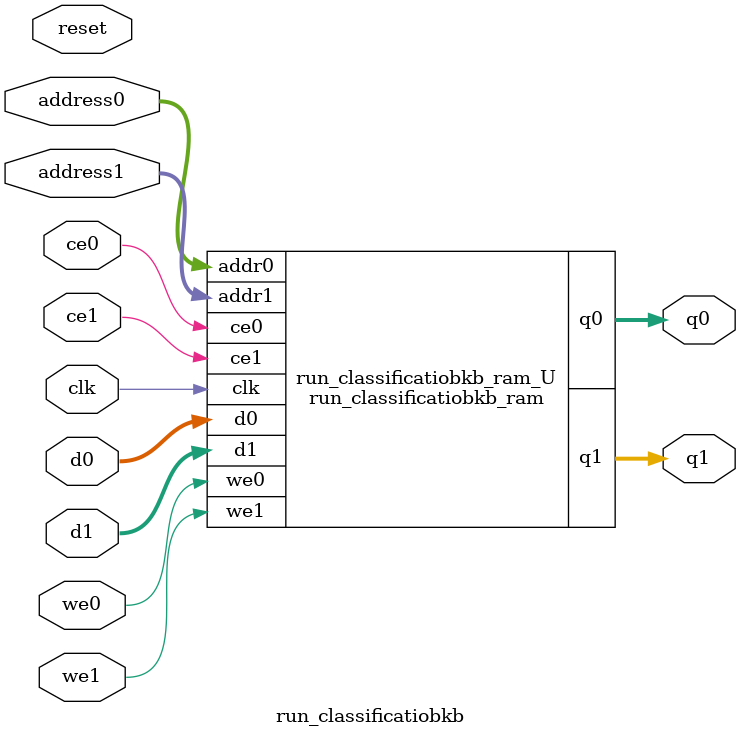
<source format=v>

`timescale 1 ns / 1 ps
module run_classificatiobkb_ram (addr0, ce0, d0, we0, q0, addr1, ce1, d1, we1, q1,  clk);

parameter DWIDTH = 32;
parameter AWIDTH = 7;
parameter MEM_SIZE = 70;

input[AWIDTH-1:0] addr0;
input ce0;
input[DWIDTH-1:0] d0;
input we0;
output reg[DWIDTH-1:0] q0;
input[AWIDTH-1:0] addr1;
input ce1;
input[DWIDTH-1:0] d1;
input we1;
output reg[DWIDTH-1:0] q1;
input clk;

(* ram_style = "block" *)reg [DWIDTH-1:0] ram[0:MEM_SIZE-1];




always @(posedge clk)  
begin 
    if (ce0) 
    begin
        if (we0) 
        begin 
            ram[addr0] <= d0; 
            q0 <= d0;
        end 
        else 
            q0 <= ram[addr0];
    end
end


always @(posedge clk)  
begin 
    if (ce1) 
    begin
        if (we1) 
        begin 
            ram[addr1] <= d1; 
            q1 <= d1;
        end 
        else 
            q1 <= ram[addr1];
    end
end


endmodule


`timescale 1 ns / 1 ps
module run_classificatiobkb(
    reset,
    clk,
    address0,
    ce0,
    we0,
    d0,
    q0,
    address1,
    ce1,
    we1,
    d1,
    q1);

parameter DataWidth = 32'd32;
parameter AddressRange = 32'd70;
parameter AddressWidth = 32'd7;
input reset;
input clk;
input[AddressWidth - 1:0] address0;
input ce0;
input we0;
input[DataWidth - 1:0] d0;
output[DataWidth - 1:0] q0;
input[AddressWidth - 1:0] address1;
input ce1;
input we1;
input[DataWidth - 1:0] d1;
output[DataWidth - 1:0] q1;



run_classificatiobkb_ram run_classificatiobkb_ram_U(
    .clk( clk ),
    .addr0( address0 ),
    .ce0( ce0 ),
    .d0( d0 ),
    .we0( we0 ),
    .q0( q0 ),
    .addr1( address1 ),
    .ce1( ce1 ),
    .d1( d1 ),
    .we1( we1 ),
    .q1( q1 ));

endmodule


</source>
